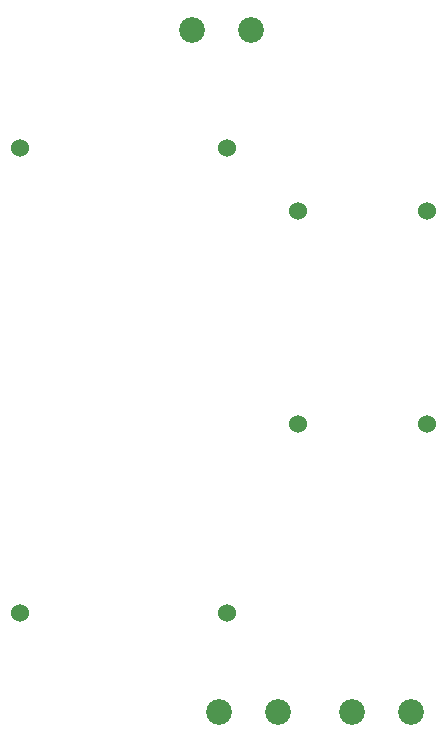
<source format=gbr>
G04 start of page 6 for group -4062 idx -4062 *
G04 Title: (unknown), soldermask *
G04 Creator: pcb.exe 20130104 *
G04 CreationDate: 31-Mar-17 10:33:27 UTC *
G04 Format: Gerber/RS-274X *
G04 PCB-Dimensions (mil): 1850.39 2755.91 *
G04 PCB-Coordinate-Origin: lower left *
%MOIN*%
%FSLAX25Y25*%
%LNBOTTOMMASK*%
%ADD25C,0.0860*%
%ADD24C,0.0600*%
G54D24*X83299Y58740D03*
X14299D03*
X83299Y213740D03*
X14299D03*
G54D25*X100393Y25591D03*
X80708D03*
X144685D03*
X125000D03*
X91535Y252954D03*
X71850D03*
G54D24*X107079Y192614D03*
Y121614D03*
X150079Y192614D03*
Y121614D03*
M02*

</source>
